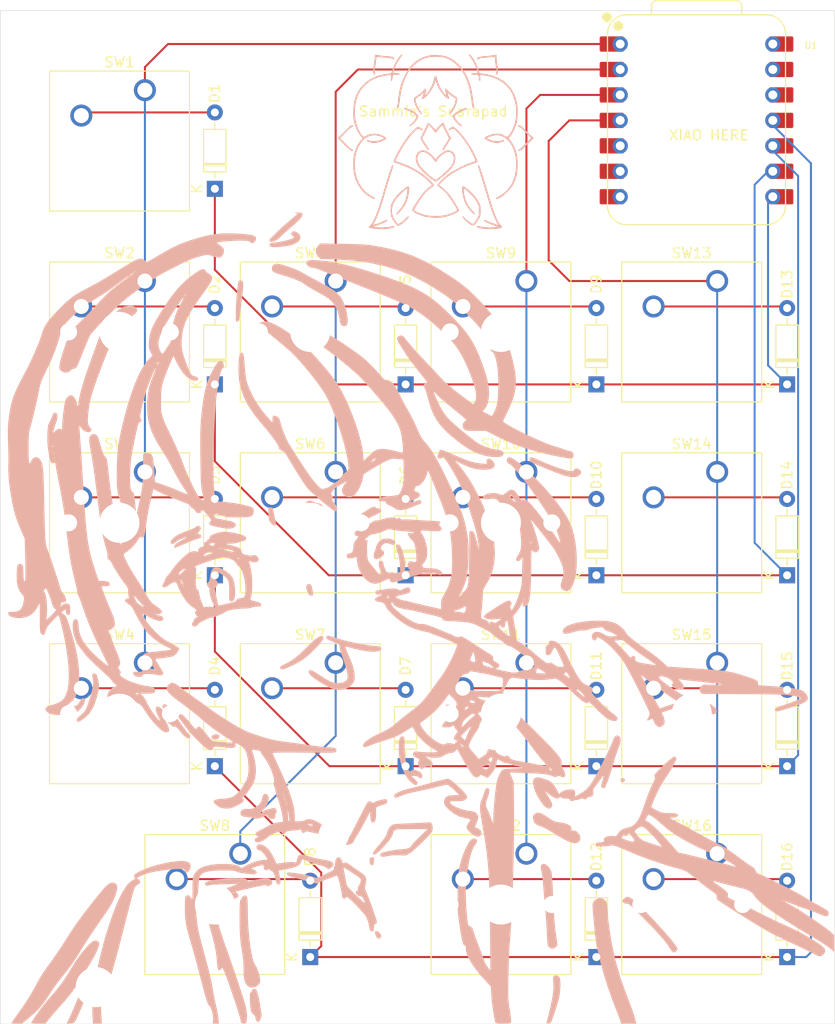
<source format=kicad_pcb>
(kicad_pcb (version 20240108) (generator "pcbnew") (generator_version "8.0")
  (layers (0 "F.Cu" signal) (31 "B.Cu" signal) (34 "B.Paste" user) (35 "F.Paste" user) (36 "B.SilkS" user "B.Silkscreen") (37 "F.SilkS" user "F.Silkscreen") (38 "B.Mask" user) (39 "F.Mask" user) (44 "Edge.Cuts" user))
  (net 0 "")
  (net 1 "+5V")
  (net 2 "GND")
  (net 3 "ROW0")
  (net 4 "Net-(D1-A)")
  (net 5 "Net-(D2-A)")
  (net 6 "ROW1")
  (net 7 "ROW2")
  (net 9 "Net-(D3-A)")
  (net 10 "ROW3")
  (net 12 "Net-(D4-A)")
  (net 14 "Net-(D5-A)")
  (net 15 "Net-(D6-A)")
  (net 16 "Net-(D7-A)")
  (net 17 "Net-(D8-A)")
  (net 18 "Net-(D9-A)")
  (net 19 "Net-(D10-A)")
  (net 20 "Net-(D11-A)")
  (net 21 "Net-(D12-A)")
  (net 22 "Net-(D13-A)")
  (net 23 "Net-(D14-A)")
  (net 24 "Net-(D15-A)")
  (net 25 "Net-(D16-A)")
  (net 26 "COL0")
  (net 27 "COL1")
  (net 28 "COL2")
  (net 29 "COL3")
  (footprint "Diode_THT:D_DO-35_SOD27_P7.62mm_Horizontal" (layer "F.Cu") (at 85.725 107.6325 90)
    (property "Reference" "D11" (at 10.00125 0 90) (layer "F.SilkS"))
    (property "Value" "1N4148")
    (fp_text user "K" (at 0 -1.8 90) (layer "F.SilkS"))
    (pad "1" thru_hole rect (at 0 0 90) (size 1.6 1.6) (drill 0.8) (layers "*.Cu" "*.Mask") (net 7 "ROW2"))
    (pad "2" thru_hole oval (at 7.62 0 90) (size 1.6 1.6) (drill 0.8) (layers "*.Cu" "*.Mask") (net 20 "Net-(D11-A)"))
  )
  (footprint "Diode_THT:D_DO-35_SOD27_P7.62mm_Horizontal" (layer "F.Cu") (at 57.15 126.6825 90)
    (property "Reference" "D8" (at 10.00125 0 90) (layer "F.SilkS"))
    (property "Value" "1N4148")
    (fp_text user "K" (at 0 -1.8 90) (layer "F.SilkS"))
    (pad "1" thru_hole rect (at 0 0 90) (size 1.6 1.6) (drill 0.8) (layers "*.Cu" "*.Mask") (net 10 "ROW3"))
    (pad "2" thru_hole oval (at 7.62 0 90) (size 1.6 1.6) (drill 0.8) (layers "*.Cu" "*.Mask") (net 17 "Net-(D8-A)"))
  )
  (footprint "Button_Switch_Keyboard:SW_Cherry_MX_1.00u_PCB" (layer "F.Cu") (at 40.64 97.31375)
    (property "Reference" "SW4" (at -2.54 -2.794 0) (layer "F.SilkS"))
    (property "Value" "SW_Push")
    (pad "" np_thru_hole circle (at -7.62 5.08) (size 1.7 1.7) (drill 1.7) (layers "*.Cu" "*.Mask"))
    (pad "" np_thru_hole circle (at -2.54 5.08) (size 4 4) (drill 4) (layers "*.Cu" "*.Mask"))
    (pad "" np_thru_hole circle (at 2.54 5.08) (size 1.7 1.7) (drill 1.7) (layers "*.Cu" "*.Mask"))
    (pad "1" thru_hole circle (at 0 0) (size 2.2 2.2) (drill 1.5) (layers "*.Cu" "*.Mask") (net 26 "COL0"))
    (pad "2" thru_hole circle (at -6.35 2.54) (size 2.2 2.2) (drill 1.5) (layers "*.Cu" "*.Mask") (net 12 "Net-(D4-A)"))
  )
  (footprint "Button_Switch_Keyboard:SW_Cherry_MX_1.00u_PCB" (layer "F.Cu") (at 97.79 78.26375)
    (property "Reference" "SW14" (at -2.54 -2.794 0) (layer "F.SilkS"))
    (property "Value" "SW_Push")
    (pad "" np_thru_hole circle (at -7.62 5.08) (size 1.7 1.7) (drill 1.7) (layers "*.Cu" "*.Mask"))
    (pad "" np_thru_hole circle (at -2.54 5.08) (size 4 4) (drill 4) (layers "*.Cu" "*.Mask"))
    (pad "" np_thru_hole circle (at 2.54 5.08) (size 1.7 1.7) (drill 1.7) (layers "*.Cu" "*.Mask"))
    (pad "1" thru_hole circle (at 0 0) (size 2.2 2.2) (drill 1.5) (layers "*.Cu" "*.Mask") (net 29 "COL3"))
    (pad "2" thru_hole circle (at -6.35 2.54) (size 2.2 2.2) (drill 1.5) (layers "*.Cu" "*.Mask") (net 23 "Net-(D14-A)"))
  )
  (footprint "Diode_THT:D_DO-35_SOD27_P7.62mm_Horizontal" (layer "F.Cu") (at 47.625 69.5325 90)
    (property "Reference" "D2" (at 10.00125 0 90) (layer "F.SilkS"))
    (property "Value" "1N4148")
    (fp_text user "K" (at 0 -1.8 90) (layer "F.SilkS"))
    (pad "1" thru_hole rect (at 0 0 90) (size 1.6 1.6) (drill 0.8) (layers "*.Cu" "*.Mask") (net 6 "ROW1"))
    (pad "2" thru_hole oval (at 7.62 0 90) (size 1.6 1.6) (drill 0.8) (layers "*.Cu" "*.Mask") (net 5 "Net-(D2-A)"))
  )
  (footprint "Diode_THT:D_DO-35_SOD27_P7.62mm_Horizontal" (layer "F.Cu") (at 66.675 69.5325 90)
    (property "Reference" "D5" (at 10.00125 0 90) (layer "F.SilkS"))
    (property "Value" "1N4148")
    (fp_text user "K" (at 0 -1.8 90) (layer "F.SilkS"))
    (pad "1" thru_hole rect (at 0 0 90) (size 1.6 1.6) (drill 0.8) (layers "*.Cu" "*.Mask") (net 3 "ROW0"))
    (pad "2" thru_hole oval (at 7.62 0 90) (size 1.6 1.6) (drill 0.8) (layers "*.Cu" "*.Mask") (net 14 "Net-(D5-A)"))
  )
  (footprint "Button_Switch_Keyboard:SW_Cherry_MX_1.00u_PCB" (layer "F.Cu") (at 59.69 59.21375)
    (property "Reference" "SW5" (at -2.54 -2.794 0) (layer "F.SilkS"))
    (property "Value" "SW_Push")
    (pad "" np_thru_hole circle (at -7.62 5.08) (size 1.7 1.7) (drill 1.7) (layers "*.Cu" "*.Mask"))
    (pad "" np_thru_hole circle (at -2.54 5.08) (size 4 4) (drill 4) (layers "*.Cu" "*.Mask"))
    (pad "" np_thru_hole circle (at 2.54 5.08) (size 1.7 1.7) (drill 1.7) (layers "*.Cu" "*.Mask"))
    (pad "1" thru_hole circle (at 0 0) (size 2.2 2.2) (drill 1.5) (layers "*.Cu" "*.Mask") (net 27 "COL1"))
    (pad "2" thru_hole circle (at -6.35 2.54) (size 2.2 2.2) (drill 1.5) (layers "*.Cu" "*.Mask") (net 14 "Net-(D5-A)"))
  )
  (footprint "Button_Switch_Keyboard:SW_Cherry_MX_1.00u_PCB" (layer "F.Cu") (at 59.69 78.26375)
    (property "Reference" "SW6" (at -2.54 -2.794 0) (layer "F.SilkS"))
    (property "Value" "SW_Push")
    (pad "" np_thru_hole circle (at -7.62 5.08) (size 1.7 1.7) (drill 1.7) (layers "*.Cu" "*.Mask"))
    (pad "" np_thru_hole circle (at -2.54 5.08) (size 4 4) (drill 4) (layers "*.Cu" "*.Mask"))
    (pad "" np_thru_hole circle (at 2.54 5.08) (size 1.7 1.7) (drill 1.7) (layers "*.Cu" "*.Mask"))
    (pad "1" thru_hole circle (at 0 0) (size 2.2 2.2) (drill 1.5) (layers "*.Cu" "*.Mask") (net 27 "COL1"))
    (pad "2" thru_hole circle (at -6.35 2.54) (size 2.2 2.2) (drill 1.5) (layers "*.Cu" "*.Mask") (net 15 "Net-(D6-A)"))
  )
  (footprint "Button_Switch_Keyboard:SW_Cherry_MX_2.00u_PCB" (layer "F.Cu") (at 50.165 116.36375)
    (property "Reference" "SW8" (at -2.54 -2.794 0) (layer "F.SilkS"))
    (property "Value" "SW_Push")
    (pad "" np_thru_hole circle (at -14.44 -1.92) (size 3.05 3.05) (drill 3.05) (layers "*.Cu" "*.Mask"))
    (pad "" np_thru_hole circle (at -14.44 13.32) (size 4 4) (drill 4) (layers "*.Cu" "*.Mask"))
    (pad "" np_thru_hole circle (at -7.62 5.08) (size 1.7 1.7) (drill 1.7) (layers "*.Cu" "*.Mask"))
    (pad "" np_thru_hole circle (at -2.54 5.08) (size 4 4) (drill 4) (layers "*.Cu" "*.Mask"))
    (pad "" np_thru_hole circle (at 2.54 5.08) (size 1.7 1.7) (drill 1.7) (layers "*.Cu" "*.Mask"))
    (pad "" np_thru_hole circle (at 9.36 -1.92) (size 3.05 3.05) (drill 3.05) (layers "*.Cu" "*.Mask"))
    (pad "" np_thru_hole circle (at 9.36 13.32) (size 4 4) (drill 4) (layers "*.Cu" "*.Mask"))
    (pad "1" thru_hole circle (at 0 0) (size 2.2 2.2) (drill 1.5) (layers "*.Cu" "*.Mask") (net 27 "COL1"))
    (pad "2" thru_hole circle (at -6.35 2.54) (size 2.2 2.2) (drill 1.5) (layers "*.Cu" "*.Mask") (net 17 "Net-(D8-A)"))
  )
  (footprint "Button_Switch_Keyboard:SW_Cherry_MX_1.00u_PCB" (layer "F.Cu") (at 97.79 116.36375)
    (property "Reference" "SW16" (at -2.54 -2.794 0) (layer "F.SilkS"))
    (property "Value" "SW_Push")
    (pad "" np_thru_hole circle (at -7.62 5.08) (size 1.7 1.7) (drill 1.7) (layers "*.Cu" "*.Mask"))
    (pad "" np_thru_hole circle (at -2.54 5.08) (size 4 4) (drill 4) (layers "*.Cu" "*.Mask"))
    (pad "" np_thru_hole circle (at 2.54 5.08) (size 1.7 1.7) (drill 1.7) (layers "*.Cu" "*.Mask"))
    (pad "1" thru_hole circle (at 0 0) (size 2.2 2.2) (drill 1.5) (layers "*.Cu" "*.Mask") (net 29 "COL3"))
    (pad "2" thru_hole circle (at -6.35 2.54) (size 2.2 2.2) (drill 1.5) (layers "*.Cu" "*.Mask") (net 25 "Net-(D16-A)"))
  )
  (footprint "Diode_THT:D_DO-35_SOD27_P7.62mm_Horizontal" (layer "F.Cu") (at 85.725 126.6825 90)
    (property "Reference" "D12" (at 10.00125 0 90) (layer "F.SilkS"))
    (property "Value" "1N4148")
    (fp_text user "K" (at 0 -1.8 90) (layer "F.SilkS"))
    (pad "1" thru_hole rect (at 0 0 90) (size 1.6 1.6) (drill 0.8) (layers "*.Cu" "*.Mask") (net 10 "ROW3"))
    (pad "2" thru_hole oval (at 7.62 0 90) (size 1.6 1.6) (drill 0.8) (layers "*.Cu" "*.Mask") (net 21 "Net-(D12-A)"))
  )
  (footprint "Diode_THT:D_DO-35_SOD27_P7.62mm_Horizontal" (layer "F.Cu") (at 85.725 88.5825 90)
    (property "Reference" "D10" (at 10.00125 0 90) (layer "F.SilkS"))
    (property "Value" "1N4148")
    (fp_text user "K" (at 0 -1.8 90) (layer "F.SilkS"))
    (pad "1" thru_hole rect (at 0 0 90) (size 1.6 1.6) (drill 0.8) (layers "*.Cu" "*.Mask") (net 6 "ROW1"))
    (pad "2" thru_hole oval (at 7.62 0 90) (size 1.6 1.6) (drill 0.8) (layers "*.Cu" "*.Mask") (net 19 "Net-(D10-A)"))
  )
  (footprint "Diode_THT:D_DO-35_SOD27_P7.62mm_Horizontal" (layer "F.Cu") (at 85.725 69.5325 90)
    (property "Reference" "D9" (at 10.00125 0 90) (layer "F.SilkS"))
    (property "Value" "1N4148")
    (fp_text user "K" (at 0 -1.8 90) (layer "F.SilkS"))
    (pad "1" thru_hole rect (at 0 0 90) (size 1.6 1.6) (drill 0.8) (layers "*.Cu" "*.Mask") (net 3 "ROW0"))
    (pad "2" thru_hole oval (at 7.62 0 90) (size 1.6 1.6) (drill 0.8) (layers "*.Cu" "*.Mask") (net 18 "Net-(D9-A)"))
  )
  (footprint "Button_Switch_Keyboard:SW_Cherry_MX_1.00u_PCB" (layer "F.Cu") (at 97.79 59.21375)
    (property "Reference" "SW13" (at -2.54 -2.794 0) (layer "F.SilkS"))
    (property "Value" "SW_Push")
    (pad "" np_thru_hole circle (at -7.62 5.08) (size 1.7 1.7) (drill 1.7) (layers "*.Cu" "*.Mask"))
    (pad "" np_thru_hole circle (at -2.54 5.08) (size 4 4) (drill 4) (layers "*.Cu" "*.Mask"))
    (pad "" np_thru_hole circle (at 2.54 5.08) (size 1.7 1.7) (drill 1.7) (layers "*.Cu" "*.Mask"))
    (pad "1" thru_hole circle (at 0 0) (size 2.2 2.2) (drill 1.5) (layers "*.Cu" "*.Mask") (net 29 "COL3"))
    (pad "2" thru_hole circle (at -6.35 2.54) (size 2.2 2.2) (drill 1.5) (layers "*.Cu" "*.Mask") (net 22 "Net-(D13-A)"))
  )
  (footprint "Button_Switch_Keyboard:SW_Cherry_MX_1.00u_PCB" (layer "F.Cu") (at 40.64 78.26375)
    (property "Reference" "SW3" (at -2.54 -2.794 0) (layer "F.SilkS"))
    (property "Value" "SW_Push")
    (pad "" np_thru_hole circle (at -7.62 5.08) (size 1.7 1.7) (drill 1.7) (layers "*.Cu" "*.Mask"))
    (pad "" np_thru_hole circle (at -2.54 5.08) (size 4 4) (drill 4) (layers "*.Cu" "*.Mask"))
    (pad "" np_thru_hole circle (at 2.54 5.08) (size 1.7 1.7) (drill 1.7) (layers "*.Cu" "*.Mask"))
    (pad "1" thru_hole circle (at 0 0) (size 2.2 2.2) (drill 1.5) (layers "*.Cu" "*.Mask") (net 26 "COL0"))
    (pad "2" thru_hole circle (at -6.35 2.54) (size 2.2 2.2) (drill 1.5) (layers "*.Cu" "*.Mask") (net 9 "Net-(D3-A)"))
  )
  (footprint "Diode_THT:D_DO-35_SOD27_P7.62mm_Horizontal" (layer "F.Cu") (at 47.625 50.00625 90)
    (property "Reference" "D1" (at 9.525 0 90) (layer "F.SilkS"))
    (property "Value" "1N4148")
    (fp_text user "K" (at 0 -1.8 90) (layer "F.SilkS"))
    (pad "1" thru_hole rect (at 0 0 90) (size 1.6 1.6) (drill 0.8) (layers "*.Cu" "*.Mask") (net 3 "ROW0"))
    (pad "2" thru_hole oval (at 7.62 0 90) (size 1.6 1.6) (drill 0.8) (layers "*.Cu" "*.Mask") (net 4 "Net-(D1-A)"))
  )
  (footprint "Diode_THT:D_DO-35_SOD27_P7.62mm_Horizontal" (layer "F.Cu") (at 104.775 69.5325 90)
    (property "Reference" "D13" (at 10.00125 0 90) (layer "F.SilkS"))
    (property "Value" "1N4148")
    (fp_text user "K" (at 0 -1.8 90) (layer "F.SilkS"))
    (pad "1" thru_hole rect (at 0 0 90) (size 1.6 1.6) (drill 0.8) (layers "*.Cu" "*.Mask") (net 3 "ROW0"))
    (pad "2" thru_hole oval (at 7.62 0 90) (size 1.6 1.6) (drill 0.8) (layers "*.Cu" "*.Mask") (net 22 "Net-(D13-A)"))
  )
  (footprint "Diode_THT:D_DO-35_SOD27_P7.62mm_Horizontal" (layer "F.Cu") (at 104.775 88.5825 90)
    (property "Reference" "D14" (at 10.00125 0 90) (layer "F.SilkS"))
    (property "Value" "1N4148")
    (fp_text user "K" (at 0 -1.8 90) (layer "F.SilkS"))
    (pad "1" thru_hole rect (at 0 0 90) (size 1.6 1.6) (drill 0.8) (layers "*.Cu" "*.Mask") (net 6 "ROW1"))
    (pad "2" thru_hole oval (at 7.62 0 90) (size 1.6 1.6) (drill 0.8) (layers "*.Cu" "*.Mask") (net 23 "Net-(D14-A)"))
  )
  (footprint "Diode_THT:D_DO-35_SOD27_P7.62mm_Horizontal" (layer "F.Cu") (at 66.675 107.6325 90)
    (property "Reference" "D7" (at 10.00125 0 90) (layer "F.SilkS"))
    (property "Value" "1N4148")
    (fp_text user "K" (at 0 -1.8 90) (layer "F.SilkS"))
    (pad "1" thru_hole rect (at 0 0 90) (size 1.6 1.6) (drill 0.8) (layers "*.Cu" "*.Mask") (net 7 "ROW2"))
    (pad "2" thru_hole oval (at 7.62 0 90) (size 1.6 1.6) (drill 0.8) (layers "*.Cu" "*.Mask") (net 16 "Net-(D7-A)"))
  )
  (footprint "Button_Switch_Keyboard:SW_Cherry_MX_1.00u_PCB" (layer "F.Cu") (at 78.74 116.36375)
    (property "Reference" "SW12" (at -2.54 -2.794 0) (layer "F.SilkS"))
    (property "Value" "SW_Push")
    (pad "" np_thru_hole circle (at -7.62 5.08) (size 1.7 1.7) (drill 1.7) (layers "*.Cu" "*.Mask"))
    (pad "" np_thru_hole circle (at -2.54 5.08) (size 4 4) (drill 4) (layers "*.Cu" "*.Mask"))
    (pad "" np_thru_hole circle (at 2.54 5.08) (size 1.7 1.7) (drill 1.7) (layers "*.Cu" "*.Mask"))
    (pad "1" thru_hole circle (at 0 0) (size 2.2 2.2) (drill 1.5) (layers "*.Cu" "*.Mask") (net 28 "COL2"))
    (pad "2" thru_hole circle (at -6.35 2.54) (size 2.2 2.2) (drill 1.5) (layers "*.Cu" "*.Mask") (net 21 "Net-(D12-A)"))
  )
  (footprint "Button_Switch_Keyboard:SW_Cherry_MX_1.00u_PCB" (layer "F.Cu") (at 78.74 59.21375)
    (property "Reference" "SW9" (at -2.54 -2.794 0) (layer "F.SilkS"))
    (property "Value" "SW_Push")
    (pad "" np_thru_hole circle (at -7.62 5.08) (size 1.7 1.7) (drill 1.7) (layers "*.Cu" "*.Mask"))
    (pad "" np_thru_hole circle (at -2.54 5.08) (size 4 4) (drill 4) (layers "*.Cu" "*.Mask"))
    (pad "" np_thru_hole circle (at 2.54 5.08) (size 1.7 1.7) (drill 1.7) (layers "*.Cu" "*.Mask"))
    (pad "1" thru_hole circle (at 0 0) (size 2.2 2.2) (drill 1.5) (layers "*.Cu" "*.Mask") (net 28 "COL2"))
    (pad "2" thru_hole circle (at -6.35 2.54) (size 2.2 2.2) (drill 1.5) (layers "*.Cu" "*.Mask") (net 18 "Net-(D9-A)"))
  )
  (footprint "Button_Switch_Keyboard:SW_Cherry_MX_1.00u_PCB" (layer "F.Cu") (at 40.64 59.21375)
    (property "Reference" "SW2" (at -2.54 -2.794 0) (layer "F.SilkS"))
    (property "Value" "SW_Push")
    (pad "" np_thru_hole circle (at -7.62 5.08) (size 1.7 1.7) (drill 1.7) (layers "*.Cu" "*.Mask"))
    (pad "" np_thru_hole circle (at -2.54 5.08) (size 4 4) (drill 4) (layers "*.Cu" "*.Mask"))
    (pad "" np_thru_hole circle (at 2.54 5.08) (size 1.7 1.7) (drill 1.7) (layers "*.Cu" "*.Mask"))
    (pad "1" thru_hole circle (at 0 0) (size 2.2 2.2) (drill 1.5) (layers "*.Cu" "*.Mask") (net 26 "COL0"))
    (pad "2" thru_hole circle (at -6.35 2.54) (size 2.2 2.2) (drill 1.5) (layers "*.Cu" "*.Mask") (net 5 "Net-(D2-A)"))
  )
  (footprint "Diode_THT:D_DO-35_SOD27_P7.62mm_Horizontal" (layer "F.Cu") (at 66.675 88.5825 90)
    (property "Reference" "D6" (at 10.00125 0 90) (layer "F.SilkS"))
    (property "Value" "1N4148")
    (fp_text user "K" (at 0 -1.8 90) (layer "F.SilkS"))
    (pad "1" thru_hole rect (at 0 0 90) (size 1.6 1.6) (drill 0.8) (layers "*.Cu" "*.Mask") (net 6 "ROW1"))
    (pad "2" thru_hole oval (at 7.62 0 90) (size 1.6 1.6) (drill 0.8) (layers "*.Cu" "*.Mask") (net 15 "Net-(D6-A)"))
  )
  (footprint "Button_Switch_Keyboard:SW_Cherry_MX_1.00u_PCB" (layer "F.Cu") (at 78.74 97.31375)
    (property "Reference" "SW11" (at -2.54 -2.794 0) (layer "F.SilkS"))
    (property "Value" "SW_Push")
    (pad "" np_thru_hole circle (at -7.62 5.08) (size 1.7 1.7) (drill 1.7) (layers "*.Cu" "*.Mask"))
    (pad "" np_thru_hole circle (at -2.54 5.08) (size 4 4) (drill 4) (layers "*.Cu" "*.Mask"))
    (pad "" np_thru_hole circle (at 2.54 5.08) (size 1.7 1.7) (drill 1.7) (layers "*.Cu" "*.Mask"))
    (pad "1" thru_hole circle (at 0 0) (size 2.2 2.2) (drill 1.5) (layers "*.Cu" "*.Mask") (net 28 "COL2"))
    (pad "2" thru_hole circle (at -6.35 2.54) (size 2.2 2.2) (drill 1.5) (layers "*.Cu" "*.Mask") (net 20 "Net-(D11-A)"))
  )
  (footprint "Diode_THT:D_DO-35_SOD27_P7.62mm_Horizontal" (layer "F.Cu") (at 47.625 107.6325 90)
    (property "Reference" "D4" (at 10.00125 0 90) (layer "F.SilkS"))
    (property "Value" "1N4148")
    (fp_text user "K" (at 0 -1.8 90) (layer "F.SilkS"))
    (pad "1" thru_hole rect (at 0 0 90) (size 1.6 1.6) (drill 0.8) (layers "*.Cu" "*.Mask") (net 10 "ROW3"))
    (pad "2" thru_hole oval (at 7.62 0 90) (size 1.6 1.6) (drill 0.8) (layers "*.Cu" "*.Mask") (net 12 "Net-(D4-A)"))
  )
  (footprint "Diode_THT:D_DO-35_SOD27_P7.62mm_Horizontal" (layer "F.Cu") (at 47.625 88.5825 90)
    (property "Reference" "D3" (at 10.00125 0 90) (layer "F.SilkS"))
    (property "Value" "1N4148")
    (fp_text user "K" (at 0 -1.8 90) (layer "F.SilkS"))
    (pad "1" thru_hole rect (at 0 0 90) (size 1.6 1.6) (drill 0.8) (layers "*.Cu" "*.Mask") (net 7 "ROW2"))
    (pad "2" thru_hole oval (at 7.62 0 90) (size 1.6 1.6) (drill 0.8) (layers "*.Cu" "*.Mask") (net 9 "Net-(D3-A)"))
  )
  (footprint "Diode_THT:D_DO-35_SOD27_P7.62mm_Horizontal" (layer "F.Cu") (at 104.775 126.6825 90)
    (property "Reference" "D16" (at 10.00125 0 90) (layer "F.SilkS"))
    (property "Value" "1N4148")
    (fp_text user "K" (at 0 -1.8 90) (layer "F.SilkS"))
    (pad "1" thru_hole rect (at 0 0 90) (size 1.6 1.6) (drill 0.8) (layers "*.Cu" "*.Mask") (net 10 "ROW3"))
    (pad "2" thru_hole oval (at 7.62 0 90) (size 1.6 1.6) (drill 0.8) (layers "*.Cu" "*.Mask") (net 25 "Net-(D16-A)"))
  )
  (footprint "Button_Switch_Keyboard:SW_Cherry_MX_1.00u_PCB" (layer "F.Cu") (at 97.79 97.31375)
    (property "Reference" "SW15" (at -2.54 -2.794 0) (layer "F.SilkS"))
    (property "Value" "SW_Push")
    (pad "" np_thru_hole circle (at -7.62 5.08) (size 1.7 1.7) (drill 1.7) (layers "*.Cu" "*.Mask"))
    (pad "" np_thru_hole circle (at -2.54 5.08) (size 4 4) (drill 4) (layers "*.Cu" "*.Mask"))
    (pad "" np_thru_hole circle (at 2.54 5.08) (size 1.7 1.7) (drill 1.7) (layers "*.Cu" "*.Mask"))
    (pad "1" thru_hole circle (at 0 0) (size 2.2 2.2) (drill 1.5) (layers "*.Cu" "*.Mask") (net 29 "COL3"))
    (pad "2" thru_hole circle (at -6.35 2.54) (size 2.2 2.2) (drill 1.5) (layers "*.Cu" "*.Mask") (net 24 "Net-(D15-A)"))
  )
  (footprint "OPL:XIAO-RP2040-DIP" (layer "F.Cu") (at 95.72625 43.18)
    (property "Reference" "U1" (at 11.43 -7.46125 0) (layer "F.SilkS") (effects (font (size 0.635 0.635) (thickness 0.1016))))
    (property "Value" "XIAO-RP2040-DIP")
    (pad "1" smd roundrect (at -8.455 -7.62 180) (size 2.432 1.524) (layers "F.Cu" "F.Mask") (roundrect_rratio 0.1) (net 26 "COL0"))
    (pad "1" thru_hole circle (at -7.62 -7.62 180) (size 1.524 1.524) (drill 0.889) (layers "*.Cu" "*.Mask") (net 26 "COL0"))
    (pad "2" smd roundrect (at -8.455 -5.08 180) (size 2.432 1.524) (layers "F.Cu" "F.Mask") (roundrect_rratio 0.1) (net 27 "COL1"))
    (pad "2" thru_hole circle (at -7.62 -5.08 180) (size 1.524 1.524) (drill 0.889) (layers "*.Cu" "*.Mask") (net 27 "COL1"))
    (pad "3" smd roundrect (at -8.455 -2.54 180) (size 2.432 1.524) (layers "F.Cu" "F.Mask") (roundrect_rratio 0.1) (net 28 "COL2"))
    (pad "3" thru_hole circle (at -7.62 -2.54 180) (size 1.524 1.524) (drill 0.889) (layers "*.Cu" "*.Mask") (net 28 "COL2"))
    (pad "4" smd roundrect (at -8.455 0 180) (size 2.432 1.524) (layers "F.Cu" "F.Mask") (roundrect_rratio 0.1) (net 29 "COL3"))
    (pad "4" thru_hole circle (at -7.62 0 180) (size 1.524 1.524) (drill 0.889) (layers "*.Cu" "*.Mask") (net 29 "COL3"))
    (pad "5" smd roundrect (at -8.455 2.54 180) (size 2.432 1.524) (layers "F.Cu" "F.Mask") (roundrect_rratio 0.1))
    (pad "5" thru_hole circle (at -7.62 2.54 180) (size 1.524 1.524) (drill 0.889) (layers "*.Cu" "*.Mask"))
    (pad "6" smd roundrect (at -8.455 5.08 180) (size 2.432 1.524) (layers "F.Cu" "F.Mask") (roundrect_rratio 0.1))
    (pad "6" thru_hole circle (at -7.62 5.08 180) (size 1.524 1.524) (drill 0.889) (layers "*.Cu" "*.Mask"))
    (pad "7" smd roundrect (at -8.455 7.62 180) (size 2.432 1.524) (layers "F.Cu" "F.Mask") (roundrect_rratio 0.1))
    (pad "7" thru_hole circle (at -7.62 7.62 180) (size 1.524 1.524) (drill 0.889) (layers "*.Cu" "*.Mask"))
    (pad "8" thru_hole circle (at 7.62 7.62) (size 1.524 1.524) (drill 0.889) (layers "*.Cu" "*.Mask") (net 3 "ROW0"))
    (pad "8" smd roundrect (at 8.455 7.62) (size 2.432 1.524) (layers "F.Cu" "F.Mask") (roundrect_rratio 0.1) (net 3 "ROW0"))
    (pad "9" thru_hole circle (at 7.62 5.08) (size 1.524 1.524) (drill 0.889) (layers "*.Cu" "*.Mask") (net 6 "ROW1"))
    (pad "9" smd roundrect (at 8.455 5.08) (size 2.432 1.524) (layers "F.Cu" "F.Mask") (roundrect_rratio 0.1) (net 6 "ROW1"))
    (pad "10" thru_hole circle (at 7.62 2.54) (size 1.524 1.524) (drill 0.889) (layers "*.Cu" "*.Mask") (net 7 "ROW2"))
    (pad "10" smd roundrect (at 8.455 2.54) (size 2.432 1.524) (layers "F.Cu" "F.Mask") (roundrect_rratio 0.1) (net 7 "ROW2"))
    (pad "11" thru_hole circle (at 7.62 0) (size 1.524 1.524) (drill 0.889) (layers "*.Cu" "*.Mask") (net 10 "ROW3"))
    (pad "11" smd roundrect (at 8.455 0) (size 2.432 1.524) (layers "F.Cu" "F.Mask") (roundrect_rratio 0.1) (net 10 "ROW3"))
    (pad "12" thru_hole circle (at 7.62 -2.54) (size 1.524 1.524) (drill 0.889) (layers "*.Cu" "*.Mask"))
    (pad "12" smd roundrect (at 8.455 -2.54) (size 2.432 1.524) (layers "F.Cu" "F.Mask") (roundrect_rratio 0.1))
    (pad "13" thru_hole circle (at 7.62 -5.08) (size 1.524 1.524) (drill 0.889) (layers "*.Cu" "*.Mask") (net 2 "GND"))
    (pad "13" smd roundrect (at 8.455 -5.08) (size 2.432 1.524) (layers "F.Cu" "F.Mask") (roundrect_rratio 0.1) (net 2 "GND"))
    (pad "14" thru_hole circle (at 7.62 -7.62) (size 1.524 1.524) (drill 0.889) (layers "*.Cu" "*.Mask") (net 1 "+5V"))
    (pad "14" smd roundrect (at 8.455 -7.62) (size 2.432 1.524) (layers "F.Cu" "F.Mask") (roundrect_rratio 0.1) (net 1 "+5V"))
  )
  (footprint "Button_Switch_Keyboard:SW_Cherry_MX_1.00u_PCB" (layer "F.Cu") (at 40.64 40.16375)
    (property "Reference" "SW1" (at -2.54 -2.794 0) (layer "F.SilkS"))
    (property "Value" "SW_Push")
    (pad "" np_thru_hole circle (at -7.62 5.08) (size 1.7 1.7) (drill 1.7) (layers "*.Cu" "*.Mask"))
    (pad "" np_thru_hole circle (at -2.54 5.08) (size 4 4) (drill 4) (layers "*.Cu" "*.Mask"))
    (pad "" np_thru_hole circle (at 2.54 5.08) (size 1.7 1.7) (drill 1.7) (layers "*.Cu" "*.Mask"))
    (pad "1" thru_hole circle (at 0 0) (size 2.2 2.2) (drill 1.5) (layers "*.Cu" "*.Mask") (net 26 "COL0"))
    (pad "2" thru_hole circle (at -6.35 2.54) (size 2.2 2.2) (drill 1.5) (layers "*.Cu" "*.Mask") (net 4 "Net-(D1-A)"))
  )
  (footprint "Button_Switch_Keyboard:SW_Cherry_MX_1.00u_PCB" (layer "F.Cu") (at 78.74 78.26375)
    (property "Reference" "SW10" (at -2.54 -2.794 0) (layer "F.SilkS"))
    (property "Value" "SW_Push")
    (pad "" np_thru_hole circle (at -7.62 5.08) (size 1.7 1.7) (drill 1.7) (layers "*.Cu" "*.Mask"))
    (pad "" np_thru_hole circle (at -2.54 5.08) (size 4 4) (drill 4) (layers "*.Cu" "*.Mask"))
    (pad "" np_thru_hole circle (at 2.54 5.08) (size 1.7 1.7) (drill 1.7) (layers "*.Cu" "*.Mask"))
    (pad "1" thru_hole circle (at 0 0) (size 2.2 2.2) (drill 1.5) (layers "*.Cu" "*.Mask") (net 28 "COL2"))
    (pad "2" thru_hole circle (at -6.35 2.54) (size 2.2 2.2) (drill 1.5) (layers "*.Cu" "*.Mask") (net 19 "Net-(D10-A)"))
  )
  (footprint "Button_Switch_Keyboard:SW_Cherry_MX_1.00u_PCB" (layer "F.Cu") (at 59.69 97.31375)
    (property "Reference" "SW7" (at -2.54 -2.794 0) (layer "F.SilkS"))
    (property "Value" "SW_Push")
    (pad "" np_thru_hole circle (at -7.62 5.08) (size 1.7 1.7) (drill 1.7) (layers "*.Cu" "*.Mask"))
    (pad "" np_thru_hole circle (at -2.54 5.08) (size 4 4) (drill 4) (layers "*.Cu" "*.Mask"))
    (pad "" np_thru_hole circle (at 2.54 5.08) (size 1.7 1.7) (drill 1.7) (layers "*.Cu" "*.Mask"))
    (pad "1" thru_hole circle (at 0 0) (size 2.2 2.2) (drill 1.5) (layers "*.Cu" "*.Mask") (net 27 "COL1"))
    (pad "2" thru_hole circle (at -6.35 2.54) (size 2.2 2.2) (drill 1.5) (layers "*.Cu" "*.Mask") (net 16 "Net-(D7-A)"))
  )
  (footprint "Diode_THT:D_DO-35_SOD27_P7.62mm_Horizontal" (layer "F.Cu") (at 104.775 107.6325 90)
    (property "Reference" "D15" (at 10.00125 0 90) (layer "F.SilkS"))
    (property "Value" "1N4148")
    (fp_text user "K" (at 0 -1.8 90) (layer "F.SilkS"))
    (pad "1" thru_hole rect (at 0 0 90) (size 1.6 1.6) (drill 0.8) (layers "*.Cu" "*.Mask") (net 7 "ROW2"))
    (pad "2" thru_hole oval (at 7.62 0 90) (size 1.6 1.6) (drill 0.8) (layers "*.Cu" "*.Mask") (net 24 "Net-(D15-A)"))
  )
  (footprint "LOGO" (layer "B.Cu") (at 64.256597 92.199169 180)
    (property "Reference" "G***" (hide yes))
    (property "Value" "LOGO" (hide yes))
  )
  (footprint "LOGO" (layer "B.Cu") (at 69.65 45.01 180)
    (property "Reference" "G***" (hide yes))
    (property "Value" "LOGO" (hide yes))
  )
  (gr_rect (start 26.19375 32.22625) (end 109.5375 133.35) (stroke (width 0.05)) (fill none) (layer "Edge.Cuts"))
  (gr_text "Sammie's Scarapad" (at 61.9125 42.8625 0) (layer "F.SilkS") (effects (font (size 1 1)) (justify left bottom)))
  (gr_text "XIAO HERE" (at 92.86875 45.24375 0) (layer "F.SilkS") (effects (font (size 1 1)) (justify left bottom)))
  (segment (start 59.065348 69.5325) (end 66.675 69.5325) (width 0.2) (layer "F.Cu") (net 3))
  (segment (start 66.675 69.5325) (end 85.725 69.5325) (width 0.2) (layer "F.Cu") (net 3))
  (segment (start 85.725 69.5325) (end 104.775 69.5325) (width 0.2) (layer "F.Cu") (net 3))
  (segment (start 47.625 50.00625) (end 47.625 58.092152) (width 0.2) (layer "F.Cu") (net 3))
  (segment (start 47.625 58.092152) (end 59.065348 69.5325) (width 0.2) (layer "F.Cu") (net 3))
  (segment (start 102.87 67.6275) (end 104.775 69.5325) (width 0.2) (layer "B.Cu") (net 3))
  (segment (start 102.87 50.8) (end 102.87 67.6275) (width 0.2) (layer "B.Cu") (net 3))
  (segment (start 34.6075 42.38625) (end 34.29 42.70375) (width 0.2) (layer "F.Cu") (net 4))
  (segment (start 47.625 42.38625) (end 34.6075 42.38625) (width 0.2) (layer "F.Cu") (net 4))
  (segment (start 34.29 61.75375) (end 47.46625 61.75375) (width 0.2) (layer "F.Cu") (net 5))
  (segment (start 47.46625 61.75375) (end 47.625 61.9125) (width 0.2) (layer "F.Cu") (net 5))
  (segment (start 47.625 77.201694) (end 59.005806 88.5825) (width 0.2) (layer "F.Cu") (net 6))
  (segment (start 59.005806 88.5825) (end 66.675 88.5825) (width 0.2) (layer "F.Cu") (net 6))
  (segment (start 66.675 88.5825) (end 85.725 88.5825) (width 0.2) (layer "F.Cu") (net 6))
  (segment (start 47.625 69.5325) (end 47.625 77.201694) (width 0.2) (layer "F.Cu") (net 6))
  (segment (start 85.725 88.5825) (end 104.775 88.5825) (width 0.2) (layer "F.Cu") (net 6))
  (segment (start 101.53 49.6) (end 101.53 85.3375) (width 0.2) (layer "B.Cu") (net 6))
  (segment (start 101.53 85.3375) (end 104.775 88.5825) (width 0.2) (layer "B.Cu") (net 6))
  (segment (start 102.87 48.26) (end 101.53 49.6) (width 0.2) (layer "B.Cu") (net 6))
  (segment (start 47.625 96.192152) (end 59.065348 107.6325) (width 0.2) (layer "F.Cu") (net 7))
  (segment (start 59.065348 107.6325) (end 66.675 107.6325) (width 0.2) (layer "F.Cu") (net 7))
  (segment (start 85.725 107.6325) (end 104.775 107.6325) (width 0.2) (layer "F.Cu") (net 7))
  (segment (start 47.625 88.5825) (end 47.625 96.192152) (width 0.2) (layer "F.Cu") (net 7))
  (segment (start 66.675 107.6325) (end 85.725 107.6325) (width 0.2) (layer "F.Cu") (net 7))
  (segment (start 105.875 106.5325) (end 104.775 107.6325) (width 0.2) (layer "B.Cu") (net 7))
  (segment (start 102.87 45.72) (end 105.875 48.725) (width 0.2) (layer "B.Cu") (net 7))
  (segment (start 105.875 48.725) (end 105.875 106.5325) (width 0.2) (layer "B.Cu") (net 7))
  (segment (start 34.29 80.80375) (end 47.46625 80.80375) (width 0.2) (layer "F.Cu") (net 9))
  (segment (start 47.46625 80.80375) (end 47.625 80.9625) (width 0.2) (layer "F.Cu") (net 9))
  (segment (start 47.625 107.6325) (end 58.25 118.2575) (width 0.2) (layer "F.Cu") (net 10))
  (segment (start 57.15 126.6825) (end 85.725 126.6825) (width 0.2) (layer "F.Cu") (net 10))
  (segment (start 85.725 126.6825) (end 104.775 126.6825) (width 0.2) (layer "F.Cu") (net 10))
  (segment (start 58.25 118.2575) (end 58.25 125.5825) (width 0.2) (layer "F.Cu") (net 10))
  (segment (start 58.25 125.5825) (end 57.15 126.6825) (width 0.2) (layer "F.Cu") (net 10))
  (segment (start 107.15625 47.46625) (end 107.15625 126.20625) (width 0.2) (layer "B.Cu") (net 10))
  (segment (start 102.87 43.18) (end 107.15625 47.46625) (width 0.2) (layer "B.Cu") (net 10))
  (segment (start 106.68 126.6825) (end 104.775 126.6825) (width 0.2) (layer "B.Cu") (net 10))
  (segment (start 107.15625 126.20625) (end 106.68 126.6825) (width 0.2) (layer "B.Cu") (net 10))
  (segment (start 34.29 99.85375) (end 47.46625 99.85375) (width 0.2) (layer "F.Cu") (net 12))
  (segment (start 47.46625 99.85375) (end 47.625 100.0125) (width 0.2) (layer "F.Cu") (net 12))
  (segment (start 66.51625 61.75375) (end 66.675 61.9125) (width 0.2) (layer "F.Cu") (net 14))
  (segment (start 53.34 61.75375) (end 66.51625 61.75375) (width 0.2) (layer "F.Cu") (net 14))
  (segment (start 53.34 80.80375) (end 66.51625 80.80375) (width 0.2) (layer "F.Cu") (net 15))
  (segment (start 66.51625 80.80375) (end 66.675 80.9625) (width 0.2) (layer "F.Cu") (net 15))
  (segment (start 53.34 99.85375) (end 66.51625 99.85375) (width 0.2) (layer "F.Cu") (net 16))
  (segment (start 66.51625 99.85375) (end 66.675 100.0125) (width 0.2) (layer "F.Cu") (net 16))
  (segment (start 43.815 118.90375) (end 56.99125 118.90375) (width 0.2) (layer "F.Cu") (net 17))
  (segment (start 56.99125 118.90375) (end 57.15 119.0625) (width 0.2) (layer "F.Cu") (net 17))
  (segment (start 72.39 61.75375) (end 85.56625 61.75375) (width 0.2) (layer "F.Cu") (net 18))
  (segment (start 85.56625 61.75375) (end 85.725 61.9125) (width 0.2) (layer "F.Cu") (net 18))
  (segment (start 72.39 80.80375) (end 85.56625 80.80375) (width 0.2) (layer "F.Cu") (net 19))
  (segment (start 85.56625 80.80375) (end 85.725 80.9625) (width 0.2) (layer "F.Cu") (net 19))
  (segment (start 72.39 99.85375) (end 85.56625 99.85375) (width 0.2) (layer "F.Cu") (net 20))
  (segment (start 85.56625 99.85375) (end 85.725 100.0125) (width 0.2) (layer "F.Cu") (net 20))
  (segment (start 72.39 118.90375) (end 85.56625 118.90375) (width 0.2) (layer "F.Cu") (net 21))
  (segment (start 85.56625 118.90375) (end 85.725 119.0625) (width 0.2) (layer "F.Cu") (net 21))
  (segment (start 104.61625 61.75375) (end 104.775 61.9125) (width 0.2) (layer "F.Cu") (net 22))
  (segment (start 91.44 61.75375) (end 104.61625 61.75375) (width 0.2) (layer "F.Cu") (net 22))
  (segment (start 104.61625 80.80375) (end 104.775 80.9625) (width 0.2) (layer "F.Cu") (net 23))
  (segment (start 91.44 80.80375) (end 104.61625 80.80375) (width 0.2) (layer "F.Cu") (net 23))
  (segment (start 104.61625 99.85375) (end 104.775 100.0125) (width 0.2) (layer "F.Cu") (net 24))
  (segment (start 91.44 99.85375) (end 104.61625 99.85375) (width 0.2) (layer "F.Cu") (net 24))
  (segment (start 91.44 118.90375) (end 104.61625 118.90375) (width 0.2) (layer "F.Cu") (net 25))
  (segment (start 104.61625 118.90375) (end 104.775 119.0625) (width 0.2) (layer "F.Cu") (net 25))
  (segment (start 42.941875 35.56) (end 40.64 37.861875) (width 0.2) (layer "F.Cu") (net 26))
  (segment (start 40.64 37.861875) (end 40.64 40.16375) (width 0.2) (layer "F.Cu") (net 26))
  (segment (start 86.795 35.56) (end 42.941875 35.56) (width 0.2) (layer "F.Cu") (net 26))
  (segment (start 40.64 78.26375) (end 40.64 97.31375) (width 0.2) (layer "B.Cu") (net 26))
  (segment (start 40.64 40.16375) (end 40.64 59.21375) (width 0.2) (layer "B.Cu") (net 26))
  (segment (start 40.64 59.21375) (end 40.64 78.26375) (width 0.2) (layer "B.Cu") (net 26))
  (segment (start 59.69 40.3225) (end 61.9125 38.1) (width 0.2) (layer "F.Cu") (net 27))
  (segment (start 61.9125 38.1) (end 87.63 38.1) (width 0.2) (layer "F.Cu") (net 27))
  (segment (start 59.69 59.21375) (end 59.69 40.3225) (width 0.2) (layer "F.Cu") (net 27))
  (segment (start 50.165 114.14125) (end 50.165 116.36375) (width 0.2) (layer "B.Cu") (net 27))
  (segment (start 59.69 104.61625) (end 50.165 114.14125) (width 0.2) (layer "B.Cu") (net 27))
  (segment (start 59.69 97.31375) (end 59.69 78.26375) (width 0.2) (layer "B.Cu") (net 27))
  (segment (start 59.69 78.26375) (end 59.69 59.21375) (width 0.2) (layer "B.Cu") (net 27))
  (segment (start 59.69 97.31375) (end 59.69 104.61625) (width 0.2) (layer "B.Cu") (net 27))
  (segment (start 78.74 42.006185) (end 78.74 59.21375) (width 0.2) (layer "F.Cu") (net 28))
  (segment (start 80.106185 40.64) (end 78.74 42.006185) (width 0.2) (layer "F.Cu") (net 28))
  (segment (start 87.63 40.64) (end 80.106185 40.64) (width 0.2) (layer "F.Cu") (net 28))
  (segment (start 78.74 78.26375) (end 78.74 97.31375) (width 0.2) (layer "B.Cu") (net 28))
  (segment (start 78.74 97.31375) (end 78.74 116.36375) (width 0.2) (layer "B.Cu") (net 28))
  (segment (start 78.74 59.21375) (end 78.74 78.26375) (width 0.2) (layer "B.Cu") (net 28))
  (segment (start 80.9625 45.24375) (end 83.02625 43.18) (width 0.2) (layer "F.Cu") (net 29))
  (segment (start 83.02625 43.18) (end 87.63 43.18) (width 0.2) (layer "F.Cu") (net 29))
  (segment (start 80.9625 57.15) (end 80.9625 45.24375) (width 0.2) (layer "F.Cu") (net 29))
  (segment (start 83.02625 59.21375) (end 80.9625 57.15) (width 0.2) (layer "F.Cu") (net 29))
  (segment (start 97.79 59.21375) (end 83.02625 59.21375) (width 0.2) (layer "F.Cu") (net 29))
  (segment (start 97.79 78.26375) (end 97.79 97.31375) (width 0.2) (layer "B.Cu") (net 29))
  (segment (start 97.79 59.21375) (end 97.79 78.26375) (width 0.2) (layer "B.Cu") (net 29))
  (segment (start 97.79 97.31375) (end 97.79 116.36375) (width 0.2) (layer "B.Cu") (net 29))
)
</source>
